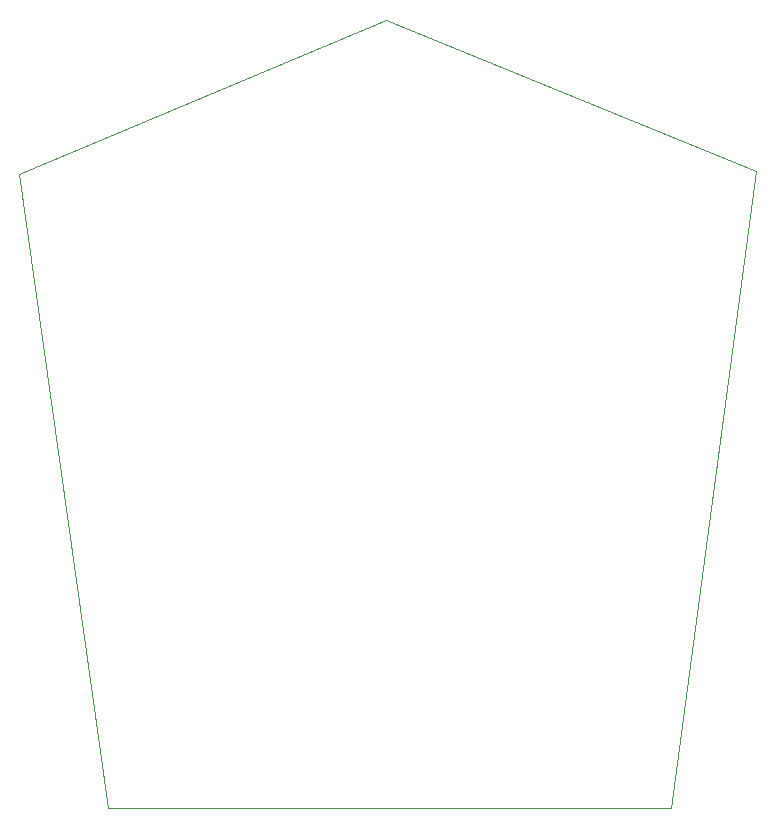
<source format=gbr>
G04 #@! TF.GenerationSoftware,KiCad,Pcbnew,(6.99.0-2452-gdb4f2d9dd8)*
G04 #@! TF.CreationDate,2022-08-02T21:03:55-05:00*
G04 #@! TF.ProjectId,CTCubed,43544375-6265-4642-9e6b-696361645f70,rev?*
G04 #@! TF.SameCoordinates,Original*
G04 #@! TF.FileFunction,Profile,NP*
%FSLAX46Y46*%
G04 Gerber Fmt 4.6, Leading zero omitted, Abs format (unit mm)*
G04 Created by KiCad (PCBNEW (6.99.0-2452-gdb4f2d9dd8)) date 2022-08-02 21:03:55*
%MOMM*%
%LPD*%
G01*
G04 APERTURE LIST*
G04 #@! TA.AperFunction,Profile*
%ADD10C,0.100000*%
G04 #@! TD*
G04 APERTURE END LIST*
D10*
X169685036Y-44743910D02*
X162490000Y-98660000D01*
X138443757Y-98656076D01*
X114820000Y-98650000D01*
X107314965Y-44971743D01*
X107315092Y-44971869D01*
X138409629Y-31943925D01*
X169685036Y-44743910D01*
M02*

</source>
